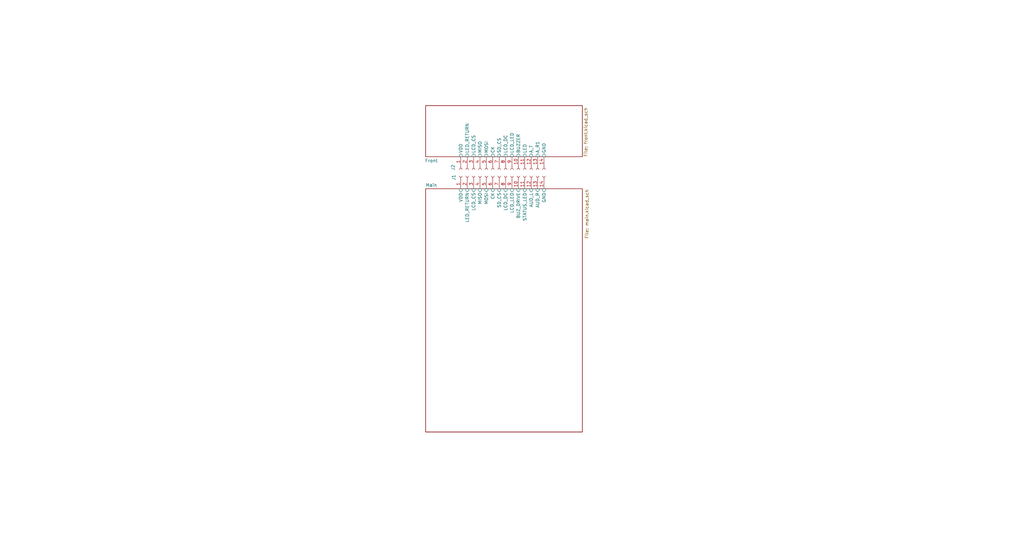
<source format=kicad_sch>
(kicad_sch (version 20231120) (generator "eeschema") (generator_version "8.0")
  (paper "User" 406.4 215.9)
  (title_block (title "Main") (rev "PY/A1 (1.0)") (company "MOTIV.PW"))
  (lib_symbols
    (symbol "Connector:Conn_01x14_Socket" (pin_names (offset 1.016) hide)
      (property "Reference" "J" (at 0 17.78 0))
      (property "Value" "Conn_01x14_Socket" (at 0 -20.32 0))
      (symbol "Conn_01x14_Socket_1_1"
        (arc (start 0 -17.272) (mid -0.5058 -17.78) (end 0 -18.288) (stroke (width 0.1524)))
        (arc (start 0 -14.732) (mid -0.5058 -15.24) (end 0 -15.748) (stroke (width 0.1524)))
        (arc (start 0 -12.192) (mid -0.5058 -12.7) (end 0 -13.208) (stroke (width 0.1524)))
        (arc (start 0 -9.652) (mid -0.5058 -10.16) (end 0 -10.668) (stroke (width 0.1524)))
        (arc (start 0 -7.112) (mid -0.5058 -7.62) (end 0 -8.128) (stroke (width 0.1524)))
        (arc (start 0 -4.572) (mid -0.5058 -5.08) (end 0 -5.588) (stroke (width 0.1524)))
        (arc (start 0 -2.032) (mid -0.5058 -2.54) (end 0 -3.048) (stroke (width 0.1524)))
        (polyline (pts (xy -1.27 -17.78) (xy -0.508 -17.78)) (stroke (width 0.1524)))
        (polyline (pts (xy -1.27 -15.24) (xy -0.508 -15.24)) (stroke (width 0.1524)))
        (polyline (pts (xy -1.27 -12.7) (xy -0.508 -12.7)) (stroke (width 0.1524)))
        (polyline (pts (xy -1.27 -10.16) (xy -0.508 -10.16)) (stroke (width 0.1524)))
        (polyline (pts (xy -1.27 -7.62) (xy -0.508 -7.62)) (stroke (width 0.1524)))
        (polyline (pts (xy -1.27 -5.08) (xy -0.508 -5.08)) (stroke (width 0.1524)))
        (polyline (pts (xy -1.27 -2.54) (xy -0.508 -2.54)) (stroke (width 0.1524)))
        (polyline (pts (xy -1.27 0) (xy -0.508 0)) (stroke (width 0.1524)))
        (polyline (pts (xy -1.27 2.54) (xy -0.508 2.54)) (stroke (width 0.1524)))
        (polyline (pts (xy -1.27 5.08) (xy -0.508 5.08)) (stroke (width 0.1524)))
        (polyline (pts (xy -1.27 7.62) (xy -0.508 7.62)) (stroke (width 0.1524)))
        (polyline (pts (xy -1.27 10.16) (xy -0.508 10.16)) (stroke (width 0.1524)))
        (polyline (pts (xy -1.27 12.7) (xy -0.508 12.7)) (stroke (width 0.1524)))
        (polyline (pts (xy -1.27 15.24) (xy -0.508 15.24)) (stroke (width 0.1524)))
        (arc (start 0 0.508) (mid -0.5058 0) (end 0 -0.508) (stroke (width 0.1524)))
        (arc (start 0 3.048) (mid -0.5058 2.54) (end 0 2.032) (stroke (width 0.1524)))
        (arc (start 0 5.588) (mid -0.5058 5.08) (end 0 4.572) (stroke (width 0.1524)))
        (arc (start 0 8.128) (mid -0.5058 7.62) (end 0 7.112) (stroke (width 0.1524)))
        (arc (start 0 10.668) (mid -0.5058 10.16) (end 0 9.652) (stroke (width 0.1524)))
        (arc (start 0 13.208) (mid -0.5058 12.7) (end 0 12.192) (stroke (width 0.1524)))
        (arc (start 0 15.748) (mid -0.5058 15.24) (end 0 14.732) (stroke (width 0.1524)))
        (pin passive line (at -5.08 15.24 0) (length 3.81) (name "Pin_1") (number "1"))
        (pin passive line (at -5.08 -7.62 0) (length 3.81) (name "Pin_10") (number "10"))
        (pin passive line (at -5.08 -10.16 0) (length 3.81) (name "Pin_11") (number "11"))
        (pin passive line (at -5.08 -12.7 0) (length 3.81) (name "Pin_12") (number "12"))
        (pin passive line (at -5.08 -15.24 0) (length 3.81) (name "Pin_13") (number "13"))
        (pin passive line (at -5.08 -17.78 0) (length 3.81) (name "Pin_14") (number "14"))
        (pin passive line (at -5.08 12.7 0) (length 3.81) (name "Pin_2") (number "2"))
        (pin passive line (at -5.08 10.16 0) (length 3.81) (name "Pin_3") (number "3"))
        (pin passive line (at -5.08 7.62 0) (length 3.81) (name "Pin_4") (number "4"))
        (pin passive line (at -5.08 5.08 0) (length 3.81) (name "Pin_5") (number "5"))
        (pin passive line (at -5.08 2.54 0) (length 3.81) (name "Pin_6") (number "6"))
        (pin passive line (at -5.08 0 0) (length 3.81) (name "Pin_7") (number "7"))
        (pin passive line (at -5.08 -2.54 0) (length 3.81) (name "Pin_8") (number "8"))
        (pin passive line (at -5.08 -5.08 0) (length 3.81) (name "Pin_9") (number "9"))
      )
    )
  )
  (symbol (lib_id "Connector:Conn_01x14_Socket") (at 198.12 69.85 90) (unit 1)
    (property "Reference" "J1" (at 180.086 71.628 0) (effects (justify left)))
    (property "Value" "Conn_01x14_Socket" (effects (hide yes)))
    (property "Footprint" "Connector_FFC-FPC:Hirose_FH12-14S-0.5SH_1x14-1MP_P0.50mm_Horizontal" (effects (hide yes)))
    (property "Description" "Generic connector, single row, 01x14, script generated" (effects (hide yes)))
  )
  (symbol (lib_id "Connector:Conn_01x14_Socket") (at 198.12 67.31 90) (mirror x) (unit 1)
    (property "Reference" "J2" (at 179.832 65.278 0) (effects (justify left)))
    (property "Value" "Conn_01x14_Socket" (effects (hide yes)))
    (property "Footprint" "Connector_FFC-FPC:Hirose_FH12-14S-0.5SH_1x14-1MP_P0.50mm_Horizontal" (effects (hide yes)))
    (property "Description" "Generic connector, single row, 01x14, script generated" (effects (hide yes)))
  )
  (sheet (at 168.91 41.91) (size 62.23 20.32) (stroke (width 0.1524))
    (property "Sheetname" "Front" (at 168.656 64.516 0) (effects (justify left bottom)))
    (property "Sheetfile" "front.kicad_sch" (at 231.7246 62.23 90) (effects (justify left top)))
    (pin "LCD_DC" input (at 200.66 62.23 270))
    (pin "CK" input (at 195.58 62.23 270))
    (pin "MOSI" input (at 193.04 62.23 270))
    (pin "SD_CS" input (at 198.12 62.23 270))
    (pin "LCD_CS" input (at 187.96 62.23 270))
    (pin "LCD_LED" input (at 203.2 62.23 270))
    (pin "VDD" input (at 182.88 62.23 270))
    (pin "MISO" input (at 190.5 62.23 270))
    (pin "GND" input (at 215.9 62.23 270))
    (pin "A_R1" input (at 213.36 62.23 270))
    (pin "A_T" input (at 210.82 62.23 270))
    (pin "BUZZER" input (at 205.74 62.23 270))
    (pin "LED" input (at 208.28 62.23 270))
    (pin "LED_RETURN" input (at 185.42 62.23 270))
  )
  (sheet (at 168.91 74.93) (size 62.23 96.52) (stroke (width 0.1524))
    (property "Sheetname" "Main" (at 168.91 74.2184 0) (effects (justify left bottom)))
    (property "Sheetfile" "main.kicad_sch" (at 232.156 94.742 90) (effects (justify left top)))
    (pin "MOSI" input (at 193.04 74.93 90))
    (pin "LCD_CS" input (at 187.96 74.93 90))
    (pin "CK" input (at 195.58 74.93 90))
    (pin "MISO" input (at 190.5 74.93 90))
    (pin "SD_CS" input (at 198.12 74.93 90))
    (pin "LCD_DC" input (at 200.66 74.93 90))
    (pin "LCD_LED" input (at 203.2 74.93 90))
    (pin "STATUS_LED" input (at 208.28 74.93 90))
    (pin "GND" input (at 215.9 74.93 90))
    (pin "VDD" input (at 182.88 74.93 90))
    (pin "BUZ_DRIVE" input (at 205.74 74.93 90))
    (pin "AUD_L" input (at 210.82 74.93 90))
    (pin "AUD_R" input (at 213.36 74.93 90))
    (pin "LED_RETURN" input (at 185.42 74.93 90))
  )
)
</source>
